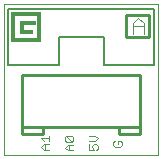
<source format=gto>
G75*
%MOIN*%
%OFA0B0*%
%FSLAX25Y25*%
%IPPOS*%
%LPD*%
%AMOC8*
5,1,8,0,0,1.08239X$1,22.5*
%
%ADD10C,0.00000*%
%ADD11C,0.00400*%
%ADD12C,0.01000*%
%ADD13C,0.00300*%
%ADD14R,0.09900X0.01400*%
%ADD15R,0.01400X0.09900*%
%ADD16R,0.05800X0.01500*%
%ADD17R,0.01400X0.03300*%
%ADD18R,0.03300X0.01400*%
%ADD19C,0.00500*%
%ADD20C,0.00600*%
D10*
X0005000Y0010000D02*
X0005000Y0060361D01*
X0056501Y0060361D01*
X0056470Y0009970D01*
X0005000Y0010000D01*
D11*
X0048100Y0050500D02*
X0048100Y0053970D01*
X0049835Y0055704D01*
X0051570Y0053970D01*
X0051570Y0050500D01*
X0051570Y0053102D02*
X0048100Y0053102D01*
D12*
X0045800Y0056800D02*
X0045800Y0049300D01*
X0053300Y0049300D01*
X0053300Y0056800D01*
X0045800Y0056800D01*
X0050485Y0036661D02*
X0011115Y0036661D01*
X0011115Y0019339D01*
X0011115Y0016976D01*
X0018202Y0016976D01*
X0018202Y0019339D01*
X0043398Y0019339D01*
X0043398Y0016976D01*
X0050485Y0016976D01*
X0050485Y0019339D01*
X0050485Y0036661D01*
X0050485Y0033906D02*
X0050485Y0022094D01*
X0050485Y0019339D02*
X0043398Y0019339D01*
X0018202Y0019339D02*
X0011115Y0019339D01*
D13*
X0017248Y0015564D02*
X0020150Y0015564D01*
X0020150Y0014597D02*
X0020150Y0016531D01*
X0018215Y0014597D02*
X0017248Y0015564D01*
X0018215Y0013585D02*
X0020150Y0013585D01*
X0018699Y0013585D02*
X0018699Y0011650D01*
X0018215Y0011650D02*
X0017248Y0012617D01*
X0018215Y0013585D01*
X0018215Y0011650D02*
X0020150Y0011650D01*
X0025248Y0012517D02*
X0026215Y0013485D01*
X0028150Y0013485D01*
X0027666Y0014497D02*
X0025731Y0016431D01*
X0027666Y0016431D01*
X0028150Y0015948D01*
X0028150Y0014980D01*
X0027666Y0014497D01*
X0025731Y0014497D01*
X0025248Y0014980D01*
X0025248Y0015948D01*
X0025731Y0016431D01*
X0026699Y0013485D02*
X0026699Y0011550D01*
X0026215Y0011550D02*
X0025248Y0012517D01*
X0026215Y0011550D02*
X0028150Y0011550D01*
X0033448Y0011650D02*
X0034899Y0011650D01*
X0034415Y0012617D01*
X0034415Y0013101D01*
X0034899Y0013585D01*
X0035866Y0013585D01*
X0036350Y0013101D01*
X0036350Y0012134D01*
X0035866Y0011650D01*
X0033448Y0011650D02*
X0033448Y0013585D01*
X0033448Y0014597D02*
X0035383Y0014597D01*
X0036350Y0015564D01*
X0035383Y0016531D01*
X0033448Y0016531D01*
X0041448Y0014301D02*
X0041448Y0013334D01*
X0041931Y0012850D01*
X0043866Y0012850D01*
X0044350Y0013334D01*
X0044350Y0014301D01*
X0043866Y0014785D01*
X0042899Y0014785D01*
X0042899Y0013817D01*
X0041931Y0014785D02*
X0041448Y0014301D01*
D14*
X0012450Y0048400D03*
X0012450Y0056900D03*
D15*
X0008200Y0052650D03*
X0016700Y0052650D03*
D16*
X0013200Y0054050D03*
D17*
X0011000Y0052150D03*
D18*
X0012950Y0051200D03*
D19*
X0011115Y0031937D02*
X0011115Y0024063D01*
D20*
X0006391Y0039957D02*
X0023320Y0039957D01*
X0023320Y0049313D01*
X0038280Y0049313D01*
X0038280Y0039957D01*
X0055209Y0039957D01*
X0055209Y0058643D01*
X0006391Y0058643D01*
X0006391Y0039957D01*
M02*

</source>
